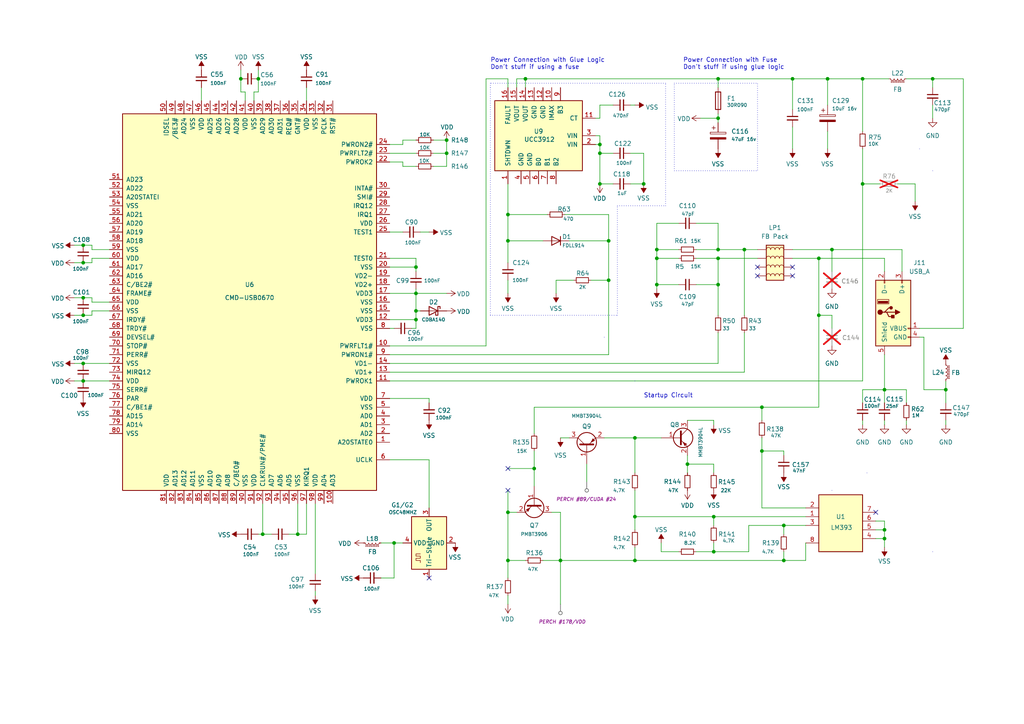
<source format=kicad_sch>
(kicad_sch (version 20230121) (generator eeschema)
  (paper "A4")
  (title_block (title "Power Macintosh G3 (Beige) Whisper Personality Card USB Mod") (date "2024-07-21") (rev "3") (company "Schematic by @croissantking on the 68kMLA forums with invaluable help from @phipli"))
  (junction (at 270.51 22.86))
  (junction (at 24.13 91.44))
  (junction (at 120.65 77.47))
  (junction (at 162.56 162.56))
  (junction (at 74.93 22.86))
  (junction (at 76.2 154.94))
  (junction (at 190.5 72.39))
  (junction (at 190.5 74.93))
  (junction (at 69.85 22.86))
  (junction (at 173.99 41.91))
  (junction (at 24.13 86.36))
  (junction (at 227.33 162.56))
  (junction (at 199.39 134.62))
  (junction (at 24.13 71.12))
  (junction (at 240.03 22.86))
  (junction (at 256.54 156.21))
  (junction (at 184.15 162.56))
  (junction (at 208.28 22.86))
  (junction (at 250.19 53.34))
  (junction (at 120.65 92.71))
  (junction (at 24.13 105.41))
  (junction (at 147.32 69.85))
  (junction (at 229.87 22.86))
  (junction (at 173.99 44.45))
  (junction (at 186.69 53.34))
  (junction (at 154.94 135.89))
  (junction (at 215.9 72.39))
  (junction (at 237.49 91.44))
  (junction (at 24.13 110.49))
  (junction (at 176.53 81.28))
  (junction (at 208.28 72.39))
  (junction (at 184.15 127))
  (junction (at 152.4 22.86))
  (junction (at 120.65 90.17))
  (junction (at 147.32 162.56))
  (junction (at 237.49 74.93))
  (junction (at 220.98 118.11))
  (junction (at 147.32 62.23))
  (junction (at 256.54 153.67))
  (junction (at 207.01 149.86))
  (junction (at 129.54 40.64))
  (junction (at 24.13 76.2))
  (junction (at 241.3 72.39))
  (junction (at 250.19 22.86))
  (junction (at 190.5 82.55))
  (junction (at 274.32 113.03))
  (junction (at 173.99 53.34))
  (junction (at 184.15 149.86))
  (junction (at 208.28 74.93))
  (junction (at 256.54 113.03))
  (junction (at 176.53 69.85))
  (junction (at 114.3 157.48))
  (junction (at 207.01 160.02))
  (junction (at 208.28 82.55))
  (junction (at 208.28 34.29))
  (junction (at 86.36 154.94))
  (junction (at 147.32 148.59))
  (junction (at 120.65 85.09))
  (junction (at 129.54 44.45))
  (junction (at 227.33 152.4))
  (junction (at 220.98 130.81))
  (no_connect (at 229.87 80.01))
  (no_connect (at 219.71 77.47))
  (no_connect (at 147.32 135.89))
  (no_connect (at 254 148.59))
  (no_connect (at 124.46 167.64))
  (no_connect (at 147.32 142.24))
  (no_connect (at 219.71 80.01))
  (no_connect (at 229.87 77.47))
  (wire (pts (xy 71.12 26.67) (xy 71.12 29.21)))
  (wire (pts (xy 157.48 162.56) (xy 162.56 162.56)))
  (wire (pts (xy 24.13 110.49) (xy 31.75 110.49)))
  (wire (pts (xy 229.87 74.93) (xy 237.49 74.93)))
  (wire (pts (xy 256.54 121.92) (xy 256.54 123.19)))
  (wire (pts (xy 274.32 123.19) (xy 274.32 121.92)))
  (wire (pts (xy 171.45 81.28) (xy 176.53 81.28)))
  (wire (pts (xy 152.4 22.86) (xy 152.4 25.4)))
  (wire (pts (xy 270.51 25.4) (xy 270.51 22.86)))
  (wire (pts (xy 184.15 30.48) (xy 182.88 30.48)))
  (wire (pts (xy 215.9 96.52) (xy 215.9 107.95)))
  (wire (pts (xy 24.13 86.36) (xy 26.67 86.36)))
  (wire (pts (xy 208.28 22.86) (xy 208.28 25.4)))
  (wire (pts (xy 190.5 72.39) (xy 190.5 74.93)))
  (wire (pts (xy 207.01 149.86) (xy 233.68 149.86)))
  (wire (pts (xy 21.59 91.44) (xy 24.13 91.44)))
  (wire (pts (xy 208.28 74.93) (xy 208.28 82.55)))
  (wire (pts (xy 170.18 139.7) (xy 170.18 134.62)))
  (wire (pts (xy 279.4 22.86) (xy 279.4 95.25)))
  (wire (pts (xy 250.19 116.84) (xy 250.19 113.03)))
  (wire (pts (xy 229.87 22.86) (xy 240.03 22.86)))
  (wire (pts (xy 163.83 62.23) (xy 176.53 62.23)))
  (wire (pts (xy 83.82 154.94) (xy 86.36 154.94)))
  (wire (pts (xy 24.13 71.12) (xy 26.67 71.12)))
  (wire (pts (xy 73.66 29.21) (xy 73.66 26.67)))
  (wire (pts (xy 184.15 127) (xy 191.77 127)))
  (wire (pts (xy 184.15 162.56) (xy 227.33 162.56)))
  (wire (pts (xy 129.54 40.64) (xy 129.54 44.45)))
  (wire (pts (xy 113.03 115.57) (xy 124.46 115.57)))
  (wire (pts (xy 147.32 172.72) (xy 147.32 175.26)))
  (polyline (pts (xy 193.04 59.69) (xy 193.04 24.13)) (stroke (width 0) (type dot)))
  (wire (pts (xy 173.99 30.48) (xy 177.8 30.48)))
  (wire (pts (xy 74.93 20.32) (xy 74.93 22.86)))
  (wire (pts (xy 237.49 74.93) (xy 237.49 91.44)))
  (wire (pts (xy 176.53 62.23) (xy 176.53 69.85)))
  (wire (pts (xy 270.51 22.86) (xy 279.4 22.86)))
  (wire (pts (xy 152.4 22.86) (xy 208.28 22.86)))
  (wire (pts (xy 76.2 146.05) (xy 76.2 154.94)))
  (wire (pts (xy 113.03 107.95) (xy 215.9 107.95)))
  (wire (pts (xy 229.87 72.39) (xy 241.3 72.39)))
  (wire (pts (xy 113.03 105.41) (xy 208.28 105.41)))
  (wire (pts (xy 162.56 162.56) (xy 162.56 175.26)))
  (wire (pts (xy 74.93 154.94) (xy 76.2 154.94)))
  (wire (pts (xy 199.39 134.62) (xy 199.39 137.16)))
  (wire (pts (xy 250.19 43.18) (xy 250.19 53.34)))
  (wire (pts (xy 191.77 157.48) (xy 191.77 160.02)))
  (wire (pts (xy 274.32 113.03) (xy 274.32 110.49)))
  (wire (pts (xy 233.68 157.48) (xy 233.68 162.56)))
  (wire (pts (xy 177.8 53.34) (xy 173.99 53.34)))
  (wire (pts (xy 173.99 30.48) (xy 173.99 34.29)))
  (wire (pts (xy 69.85 26.67) (xy 71.12 26.67)))
  (wire (pts (xy 250.19 121.92) (xy 250.19 123.19)))
  (wire (pts (xy 113.03 44.45) (xy 120.65 44.45)))
  (wire (pts (xy 184.15 149.86) (xy 184.15 153.67)))
  (wire (pts (xy 26.67 91.44) (xy 24.13 91.44)))
  (wire (pts (xy 190.5 74.93) (xy 196.85 74.93)))
  (wire (pts (xy 220.98 147.32) (xy 233.68 147.32)))
  (wire (pts (xy 262.89 113.03) (xy 262.89 116.84)))
  (wire (pts (xy 207.01 160.02) (xy 207.01 157.48)))
  (wire (pts (xy 237.49 91.44) (xy 237.49 118.11)))
  (wire (pts (xy 129.54 40.64) (xy 125.73 40.64)))
  (wire (pts (xy 26.67 74.93) (xy 31.75 74.93)))
  (polyline (pts (xy 142.24 24.13) (xy 142.24 91.44)) (stroke (width 0) (type dot)))
  (wire (pts (xy 162.56 148.59) (xy 162.56 162.56)))
  (wire (pts (xy 208.28 72.39) (xy 215.9 72.39)))
  (wire (pts (xy 21.59 110.49) (xy 24.13 110.49)))
  (wire (pts (xy 149.86 25.4) (xy 149.86 22.86)))
  (wire (pts (xy 173.99 34.29) (xy 172.72 34.29)))
  (wire (pts (xy 91.44 171.45) (xy 91.44 172.72)))
  (wire (pts (xy 256.54 156.21) (xy 256.54 158.75)))
  (wire (pts (xy 267.97 113.03) (xy 274.32 113.03)))
  (wire (pts (xy 154.94 135.89) (xy 154.94 140.97)))
  (wire (pts (xy 165.1 69.85) (xy 176.53 69.85)))
  (wire (pts (xy 229.87 22.86) (xy 229.87 31.75)))
  (wire (pts (xy 129.54 44.45) (xy 129.54 48.26)))
  (wire (pts (xy 116.84 40.64) (xy 120.65 40.64)))
  (wire (pts (xy 190.5 82.55) (xy 190.5 83.82)))
  (wire (pts (xy 227.33 152.4) (xy 227.33 154.94)))
  (wire (pts (xy 162.56 127) (xy 165.1 127)))
  (polyline (pts (xy 142.24 91.44) (xy 179.07 91.44)) (stroke (width 0) (type dot)))
  (wire (pts (xy 250.19 113.03) (xy 256.54 113.03)))
  (wire (pts (xy 184.15 127) (xy 184.15 137.16)))
  (wire (pts (xy 256.54 74.93) (xy 256.54 78.74)))
  (wire (pts (xy 147.32 142.24) (xy 147.32 148.59)))
  (wire (pts (xy 147.32 62.23) (xy 147.32 69.85)))
  (wire (pts (xy 147.32 53.34) (xy 147.32 62.23)))
  (wire (pts (xy 173.99 41.91) (xy 173.99 44.45)))
  (wire (pts (xy 161.29 81.28) (xy 161.29 85.09)))
  (wire (pts (xy 208.28 82.55) (xy 208.28 91.44)))
  (wire (pts (xy 26.67 74.93) (xy 26.67 76.2)))
  (wire (pts (xy 147.32 62.23) (xy 158.75 62.23)))
  (wire (pts (xy 266.7 95.25) (xy 279.4 95.25)))
  (wire (pts (xy 199.39 134.62) (xy 199.39 132.08)))
  (wire (pts (xy 154.94 118.11) (xy 154.94 125.73)))
  (wire (pts (xy 207.01 134.62) (xy 207.01 137.16)))
  (wire (pts (xy 113.03 41.91) (xy 116.84 41.91)))
  (wire (pts (xy 201.93 160.02) (xy 207.01 160.02)))
  (wire (pts (xy 254 151.13) (xy 256.54 151.13)))
  (wire (pts (xy 147.32 148.59) (xy 149.86 148.59)))
  (wire (pts (xy 262.89 22.86) (xy 270.51 22.86)))
  (wire (pts (xy 182.88 44.45) (xy 186.69 44.45)))
  (wire (pts (xy 267.97 97.79) (xy 267.97 113.03)))
  (wire (pts (xy 256.54 153.67) (xy 256.54 156.21)))
  (wire (pts (xy 149.86 22.86) (xy 152.4 22.86)))
  (wire (pts (xy 190.5 82.55) (xy 196.85 82.55)))
  (wire (pts (xy 113.03 77.47) (xy 120.65 77.47)))
  (wire (pts (xy 21.59 76.2) (xy 24.13 76.2)))
  (wire (pts (xy 201.93 82.55) (xy 208.28 82.55)))
  (wire (pts (xy 240.03 22.86) (xy 250.19 22.86)))
  (wire (pts (xy 184.15 127) (xy 175.26 127)))
  (wire (pts (xy 184.15 158.75) (xy 184.15 162.56)))
  (wire (pts (xy 114.3 167.64) (xy 114.3 157.48)))
  (wire (pts (xy 177.8 44.45) (xy 173.99 44.45)))
  (wire (pts (xy 147.32 162.56) (xy 147.32 167.64)))
  (wire (pts (xy 120.65 90.17) (xy 120.65 92.71)))
  (wire (pts (xy 26.67 90.17) (xy 31.75 90.17)))
  (wire (pts (xy 147.32 25.4) (xy 147.32 22.86)))
  (wire (pts (xy 154.94 130.81) (xy 154.94 135.89)))
  (wire (pts (xy 207.01 134.62) (xy 199.39 134.62)))
  (wire (pts (xy 113.03 92.71) (xy 120.65 92.71)))
  (wire (pts (xy 147.32 148.59) (xy 147.32 162.56)))
  (wire (pts (xy 186.69 44.45) (xy 186.69 53.34)))
  (wire (pts (xy 124.46 133.35) (xy 124.46 147.32)))
  (wire (pts (xy 113.03 110.49) (xy 250.19 110.49)))
  (wire (pts (xy 208.28 64.77) (xy 208.28 72.39)))
  (polyline (pts (xy 179.07 59.69) (xy 193.04 59.69)) (stroke (width 0) (type dot)))
  (wire (pts (xy 73.66 26.67) (xy 74.93 26.67)))
  (wire (pts (xy 240.03 30.48) (xy 240.03 22.86)))
  (wire (pts (xy 274.32 116.84) (xy 274.32 113.03)))
  (wire (pts (xy 250.19 22.86) (xy 257.81 22.86)))
  (wire (pts (xy 88.9 146.05) (xy 88.9 154.94)))
  (wire (pts (xy 116.84 46.99) (xy 113.03 46.99)))
  (wire (pts (xy 21.59 71.12) (xy 24.13 71.12)))
  (wire (pts (xy 120.65 83.82) (xy 120.65 85.09)))
  (wire (pts (xy 154.94 118.11) (xy 220.98 118.11)))
  (wire (pts (xy 24.13 105.41) (xy 31.75 105.41)))
  (wire (pts (xy 241.3 72.39) (xy 261.62 72.39)))
  (polyline (pts (xy 193.04 24.13) (xy 142.24 24.13)) (stroke (width 0) (type dot)))
  (wire (pts (xy 125.73 48.26) (xy 129.54 48.26)))
  (wire (pts (xy 215.9 72.39) (xy 215.9 91.44)))
  (wire (pts (xy 237.49 91.44) (xy 241.3 91.44)))
  (wire (pts (xy 120.65 92.71) (xy 120.65 95.25)))
  (wire (pts (xy 256.54 113.03) (xy 256.54 116.84)))
  (wire (pts (xy 86.36 146.05) (xy 86.36 154.94)))
  (wire (pts (xy 241.3 95.25) (xy 241.3 91.44)))
  (wire (pts (xy 113.03 133.35) (xy 124.46 133.35)))
  (wire (pts (xy 260.35 53.34) (xy 265.43 53.34)))
  (wire (pts (xy 58.42 25.4) (xy 58.42 29.21)))
  (wire (pts (xy 190.5 72.39) (xy 196.85 72.39)))
  (wire (pts (xy 91.44 146.05) (xy 91.44 166.37)))
  (wire (pts (xy 120.65 74.93) (xy 120.65 77.47)))
  (wire (pts (xy 21.59 105.41) (xy 24.13 105.41)))
  (wire (pts (xy 116.84 40.64) (xy 116.84 41.91)))
  (wire (pts (xy 227.33 130.81) (xy 227.33 132.08)))
  (wire (pts (xy 265.43 53.34) (xy 265.43 58.42)))
  (wire (pts (xy 227.33 162.56) (xy 233.68 162.56)))
  (wire (pts (xy 261.62 72.39) (xy 261.62 78.74)))
  (wire (pts (xy 256.54 102.87) (xy 256.54 113.03)))
  (wire (pts (xy 113.03 67.31) (xy 116.84 67.31)))
  (wire (pts (xy 147.32 81.28) (xy 147.32 85.09)))
  (wire (pts (xy 250.19 53.34) (xy 250.19 110.49)))
  (wire (pts (xy 113.03 74.93) (xy 120.65 74.93)))
  (wire (pts (xy 74.93 22.86) (xy 74.93 26.67)))
  (polyline (pts (xy 179.07 91.44) (xy 179.07 59.69)) (stroke (width 0) (type dot)))
  (wire (pts (xy 147.32 135.89) (xy 154.94 135.89)))
  (wire (pts (xy 116.84 48.26) (xy 116.84 46.99)))
  (wire (pts (xy 140.97 22.86) (xy 140.97 100.33)))
  (wire (pts (xy 256.54 151.13) (xy 256.54 153.67)))
  (wire (pts (xy 227.33 152.4) (xy 233.68 152.4)))
  (wire (pts (xy 88.9 25.4) (xy 88.9 29.21)))
  (wire (pts (xy 173.99 39.37) (xy 172.72 39.37)))
  (wire (pts (xy 26.67 90.17) (xy 26.67 91.44)))
  (wire (pts (xy 120.65 95.25) (xy 119.38 95.25)))
  (wire (pts (xy 176.53 69.85) (xy 176.53 81.28)))
  (wire (pts (xy 201.93 72.39) (xy 208.28 72.39)))
  (wire (pts (xy 113.03 95.25) (xy 114.3 95.25)))
  (wire (pts (xy 196.85 160.02) (xy 191.77 160.02)))
  (wire (pts (xy 237.49 74.93) (xy 256.54 74.93)))
  (wire (pts (xy 110.49 157.48) (xy 114.3 157.48)))
  (wire (pts (xy 208.28 22.86) (xy 229.87 22.86)))
  (wire (pts (xy 69.85 22.86) (xy 69.85 26.67)))
  (wire (pts (xy 220.98 130.81) (xy 220.98 147.32)))
  (wire (pts (xy 220.98 127) (xy 220.98 130.81)))
  (wire (pts (xy 227.33 160.02) (xy 227.33 162.56)))
  (wire (pts (xy 121.92 90.17) (xy 120.65 90.17)))
  (wire (pts (xy 120.65 85.09) (xy 129.54 85.09)))
  (wire (pts (xy 256.54 113.03) (xy 262.89 113.03)))
  (wire (pts (xy 186.69 53.34) (xy 182.88 53.34)))
  (wire (pts (xy 208.28 96.52) (xy 208.28 105.41)))
  (wire (pts (xy 120.65 77.47) (xy 120.65 78.74)))
  (wire (pts (xy 110.49 167.64) (xy 114.3 167.64)))
  (wire (pts (xy 26.67 72.39) (xy 26.67 71.12)))
  (wire (pts (xy 262.89 121.92) (xy 262.89 123.19)))
  (wire (pts (xy 21.59 86.36) (xy 24.13 86.36)))
  (wire (pts (xy 76.2 154.94) (xy 78.74 154.94)))
  (wire (pts (xy 166.37 81.28) (xy 161.29 81.28)))
  (wire (pts (xy 215.9 72.39) (xy 219.71 72.39)))
  (wire (pts (xy 162.56 162.56) (xy 184.15 162.56)))
  (wire (pts (xy 208.28 33.02) (xy 208.28 34.29)))
  (wire (pts (xy 201.93 74.93) (xy 208.28 74.93)))
  (wire (pts (xy 160.02 148.59) (xy 162.56 148.59)))
  (wire (pts (xy 124.46 116.84) (xy 124.46 115.57)))
  (wire (pts (xy 31.75 72.39) (xy 26.67 72.39)))
  (wire (pts (xy 220.98 118.11) (xy 220.98 121.92)))
  (wire (pts (xy 26.67 87.63) (xy 26.67 86.36)))
  (wire (pts (xy 254 153.67) (xy 256.54 153.67)))
  (wire (pts (xy 120.65 85.09) (xy 120.65 90.17)))
  (wire (pts (xy 190.5 74.93) (xy 190.5 82.55)))
  (wire (pts (xy 208.28 74.93) (xy 219.71 74.93)))
  (wire (pts (xy 86.36 154.94) (xy 88.9 154.94)))
  (wire (pts (xy 199.39 121.92) (xy 207.01 121.92)))
  (wire (pts (xy 113.03 85.09) (xy 120.65 85.09)))
  (wire (pts (xy 190.5 64.77) (xy 196.85 64.77)))
  (wire (pts (xy 227.33 130.81) (xy 220.98 130.81)))
  (wire (pts (xy 173.99 39.37) (xy 173.99 41.91)))
  (wire (pts (xy 254 156.21) (xy 256.54 156.21)))
  (wire (pts (xy 217.17 160.02) (xy 217.17 152.4)))
  (wire (pts (xy 114.3 157.48) (xy 116.84 157.48)))
  (wire (pts (xy 173.99 44.45) (xy 173.99 53.34)))
  (wire (pts (xy 208.28 34.29) (xy 208.28 35.56)))
  (wire (pts (xy 176.53 81.28) (xy 176.53 102.87)))
  (wire (pts (xy 147.32 69.85) (xy 157.48 69.85)))
  (wire (pts (xy 173.99 41.91) (xy 172.72 41.91)))
  (wire (pts (xy 116.84 48.26) (xy 120.65 48.26)))
  (wire (pts (xy 229.87 36.83) (xy 229.87 43.18)))
  (wire (pts (xy 250.19 22.86) (xy 250.19 38.1)))
  (wire (pts (xy 113.03 100.33) (xy 140.97 100.33)))
  (wire (pts (xy 184.15 149.86) (xy 207.01 149.86)))
  (wire (pts (xy 121.92 67.31) (xy 124.46 67.31)))
  (wire (pts (xy 217.17 152.4) (xy 227.33 152.4)))
  (wire (pts (xy 184.15 142.24) (xy 184.15 149.86)))
  (wire (pts (xy 147.32 22.86) (xy 140.97 22.86)))
  (wire (pts (xy 240.03 38.1) (xy 240.03 43.18)))
  (wire (pts (xy 207.01 160.02) (xy 217.17 160.02)))
  (wire (pts (xy 220.98 118.11) (xy 237.49 118.11)))
  (wire (pts (xy 207.01 121.92) (xy 207.01 123.19)))
  (wire (pts (xy 190.5 64.77) (xy 190.5 72.39)))
  (wire (pts (xy 207.01 149.86) (xy 207.01 152.4)))
  (wire (pts (xy 270.51 30.48) (xy 270.51 34.29)))
  (wire (pts (xy 241.3 72.39) (xy 241.3 78.74)))
  (wire (pts (xy 147.32 162.56) (xy 152.4 162.56)))
  (wire (pts (xy 255.27 53.34) (xy 250.19 53.34)))
  (wire (pts (xy 147.32 69.85) (xy 147.32 76.2)))
  (wire (pts (xy 129.54 44.45) (xy 125.73 44.45)))
  (wire (pts (xy 201.93 64.77) (xy 208.28 64.77)))
  (wire (pts (xy 69.85 20.32) (xy 69.85 22.86)))
  (wire (pts (xy 113.03 102.87) (xy 176.53 102.87)))
  (wire (pts (xy 267.97 97.79) (xy 266.7 97.79)))
  (wire (pts (xy 203.2 34.29) (xy 208.28 34.29)))
  (wire (pts (xy 26.67 87.63) (xy 31.75 87.63)))
  (wire (pts (xy 26.67 76.2) (xy 24.13 76.2)))
  (rectangle (start 270.51 49.53) (end 270.51 49.53))
  (rectangle (start 142.24 25.4) (end 142.24 25.4))
  (rectangle (start 195.58 24.13) (end 219.71 49.53) (stroke (width 0) (type dot)))
  (rectangle (start 175.26 97.79) (end 175.26 97.79))
  (rectangle (start 184.15 110.49) (end 184.15 110.49))
  (rectangle (start 241.3 142.24) (end 241.3 142.24))
  (rectangle (start 270.51 160.02) (end 270.51 160.02))
  (rectangle (start 251.46 137.16) (end 251.46 137.16))
  (rectangle (start 113.03 67.31) (end 113.03 67.31))
  (rectangle (start 266.7 43.18) (end 266.7 43.18))
  (text "Startup Circuit" (at 186.69 115.57 0) (effects (font (size 1.27 1.27)) (justify left bottom)))
  (text "Power Connection with Glue Logic\nDon't stuff if using a fuse" (at 142.24 20.32 0) (effects (font (size 1.27 1.27)) (justify left bottom)))
  (text "Power Connection with Fuse\nDon't stuff if using glue logic" (at 198.12 20.32 0) (effects (font (size 1.27 1.27)) (justify left bottom)))
  (netclass_flag "" (length 2.54) (shape round) (at 170.18 139.7 180) (property "Netclass" "PERCH #89/CUDA #24" (at 161.29 144.78 0) (effects (font (size 1 1) italic) (justify left))))
  (netclass_flag "" (length 2.54) (shape round) (at 162.56 175.26 180) (property "Netclass" "PERCH #178/VDD" (at 156.21 180.34 0) (effects (font (size 1 1) italic) (justify left))))
  (symbol (lib_id "power:VDD") (at 173.99 53.34 180) (unit 1)
    (property "Reference" "#PWR012" (effects hide))
    (property "Value" "VDD" (at 175.8662 57.5502 0) (effects (justify left)))
  )
  (symbol (lib_id "Device:C_Small") (at 180.34 44.45 270) (unit 1)
    (property "Reference" "C122" (at 178.0736 41.6361 90) (effects (justify left)))
    (property "Value" "100nF" (at 178.6893 47.2907 90) (effects (font (size 1 1)) (justify left)))
  )
  (symbol (lib_id "Transistor_BJT:MMBT3906") (at 154.94 146.05 270) (unit 1)
    (property "Reference" "Q7" (at 154.94 152.4 90))
    (property "Value" "PMBT3906" (at 154.94 154.94 90) (effects (font (size 1 1))))
    (property "Footprint" "Package_TO_SOT_SMD:SOT-23" (effects hide))
    (property "Datasheet" "https://www.onsemi.com/pub/Collateral/2N3906-D.PDF" (effects hide))
  )
  (symbol (lib_id "Transistor_BJT:MMBT3906") (at 170.18 129.54 90) (unit 1)
    (property "Reference" "Q9" (at 170.1799 123.6555 90))
    (property "Value" "MMBT3904L" (at 170.18 120.65 90) (effects (font (size 1 1))))
    (property "Footprint" "Package_TO_SOT_SMD:SOT-23" (effects hide))
    (property "Datasheet" "https://www.onsemi.com/pub/Collateral/2N3906-D.PDF" (effects hide))
  )
  (symbol (lib_id "Device:C_Small") (at 124.46 119.38 180) (unit 1)
    (property "Reference" "C92" (at 130.8014 119.0568 0) (effects (justify left)))
    (property "Value" "100nF" (at 131.1109 121.1465 0) (effects (font (size 1 1)) (justify left)))
  )
  (symbol (lib_id "power:VSS") (at 227.33 137.16 180) (unit 1)
    (property "Reference" "#PWR07" (effects hide))
    (property "Value" "VSS" (at 227.3309 141.2079 0))
  )
  (symbol (lib_id "power:VSS") (at 74.93 20.32 0) (unit 1)
    (property "Reference" "#PWR030" (effects hide))
    (property "Value" "VSS" (at 74.93 16.51 0))
  )
  (symbol (lib_id "Device:R_Small") (at 257.81 53.34 270) (unit 1) (dnp yes)
    (property "Reference" "R76" (at 255.9613 51.1432 90) (effects (justify left)))
    (property "Value" "2K" (at 256.8505 55.3229 90) (effects (font (size 1 1)) (justify left)))
  )
  (symbol (lib_id "Device:R_Small") (at 147.32 170.18 180) (unit 1)
    (property "Reference" "R137" (at 146.05 170.18 0) (effects (justify left)))
    (property "Value" "47K" (at 144.78 172.72 0) (effects (font (size 1 1)) (justify left)))
  )
  (symbol (lib_id "Device:R_Small") (at 123.19 40.64 90) (unit 1)
    (property "Reference" "R148" (at 135.89 40.64 90) (effects (justify left)))
    (property "Value" "10K" (at 124.7672 39.048 90) (effects (font (size 1 1)) (justify left)))
  )
  (symbol (lib_id "power:VSS") (at 265.43 58.42 180) (unit 1)
    (property "Reference" "#PWR025" (effects hide))
    (property "Value" "VSS" (at 265.3969 62.8155 0))
  )
  (symbol (lib_id "Device:R_Small") (at 168.91 81.28 270) (unit 1)
    (property "Reference" "R64" (at 167.0804 79.2699 90) (effects (justify left)))
    (property "Value" "2K" (at 167.9063 83.2509 90) (effects (font (size 1 1)) (justify left)))
  )
  (symbol (lib_id "power:VSS") (at 207.01 142.24 180) (unit 1)
    (property "Reference" "#PWR019" (effects hide))
    (property "Value" "VSS" (at 207.0126 146.571 0))
  )
  (symbol (lib_id "power:VSS") (at 190.5 83.82 180) (unit 1)
    (property "Reference" "#PWR017" (effects hide))
    (property "Value" "VSS" (at 190.4669 88.2155 0))
  )
  (symbol (lib_id "Device:R_Small") (at 123.19 48.26 90) (unit 1)
    (property "Reference" "R146" (at 135.89 48.26 90) (effects (justify left)))
    (property "Value" "10K" (at 124.6218 46.644 90) (effects (font (size 1 1)) (justify left)))
  )
  (symbol (lib_id "Connector:USB_A") (at 259.08 92.71 0) (unit 1)
    (property "Reference" "J11" (at 266.7 76.2 0))
    (property "Value" "USB_A" (at 266.7 78.74 0))
    (property "Datasheet" " ~" (effects hide))
  )
  (symbol (lib_id "power:VSS") (at 274.32 105.41 0) (unit 1)
    (property "Reference" "#PWR048" (effects hide))
    (property "Value" "VSS" (at 274.32 101.6 0))
  )
  (symbol (lib_id "power:VSS") (at 240.03 43.18 180) (unit 1)
    (property "Reference" "#PWR023" (effects hide))
    (property "Value" "VSS" (at 239.9969 47.5755 0))
  )
  (symbol (lib_id "Device:L_Pack04") (at 224.79 77.47 90) (mirror x) (unit 1)
    (property "Reference" "LP1" (at 224.79 66.04 90))
    (property "Value" "FB Pack" (at 224.79 68.58 90))
  )
  (symbol (lib_id "Device:R_Small") (at 154.94 162.56 270) (unit 1)
    (property "Reference" "R136" (at 152.4398 160.3613 90) (effects (justify left)))
    (property "Value" "47K" (at 153.035 165.1 90) (effects (font (size 1 1)) (justify left)))
  )
  (symbol (lib_name "GND_1") (lib_id "power:GND") (at 270.51 34.29 0) (unit 1)
    (property "Reference" "#PWR03" (effects hide))
    (property "Value" "GND" (at 270.51 39.37 0))
  )
  (symbol (lib_id "power:VSS") (at 21.59 91.44 90) (unit 1)
    (property "Reference" "#PWR033" (effects hide))
    (property "Value" "VSS" (at 18.6745 91.6437 90) (effects (justify left)))
  )
  (symbol (lib_id "Device:R_Small") (at 215.9 93.98 0) (unit 1)
    (property "Reference" "R43" (at 217.0199 93.0761 0) (effects (justify left)))
    (property "Value" "33" (at 217.17 95.25 0) (effects (font (size 1 1)) (justify left)))
  )
  (symbol (lib_id "power:VSS") (at 21.59 71.12 90) (unit 1)
    (property "Reference" "#PWR032" (effects hide))
    (property "Value" "VSS" (at 18.6745 71.3237 90) (effects (justify left)))
  )
  (symbol (lib_id "Device:C_Small") (at 256.54 119.38 0) (unit 1)
    (property "Reference" "C115" (at 256.9109 115.7713 0) (effects (justify left)))
    (property "Value" "25nF" (at 256.8996 117.7983 0) (effects (font (size 1 1)) (justify left)))
  )
  (symbol (lib_id "power:VSS") (at 147.32 85.09 180) (unit 1)
    (property "Reference" "#PWR015" (effects hide))
    (property "Value" "VSS" (at 147.2869 89.4855 0))
  )
  (symbol (lib_id "power:VSS") (at 162.56 127 180) (unit 1)
    (property "Reference" "#PWR038" (effects hide))
    (property "Value" "VSS" (at 162.56 132.08 0))
  )
  (symbol (lib_id "Device:R_Small") (at 262.89 119.38 0) (unit 1)
    (property "Reference" "R62" (at 264.2328 118.6372 0) (effects (justify left)))
    (property "Value" "1M" (at 264.4812 120.4817 0) (effects (font (size 1 1)) (justify left)))
  )
  (symbol (lib_id "Device:R_Small") (at 199.39 160.02 90) (unit 1)
    (property "Reference" "R140" (at 201.93 154.94 90) (effects (justify left)))
    (property "Value" "8.2K" (at 201.93 157.48 90) (effects (font (size 1 1)) (justify left)))
  )
  (symbol (lib_id "power:VSS") (at 91.44 172.72 180) (unit 1)
    (property "Reference" "#PWR018" (effects hide))
    (property "Value" "VSS" (at 91.4069 177.1155 0))
  )
  (symbol (lib_id "power:VSS") (at 229.87 43.18 180) (unit 1)
    (property "Reference" "#PWR022" (effects hide))
    (property "Value" "VSS" (at 229.8369 47.5755 0))
  )
  (symbol (lib_id "power:VSS") (at 184.15 30.48 270) (unit 1)
    (property "Reference" "#PWR014" (effects hide))
    (property "Value" "VSS" (at 187.257 31.1185 90) (effects (justify left)))
  )
  (symbol (lib_id "Device:C_Small") (at 147.32 78.74 0) (unit 1)
    (property "Reference" "C124" (at 148.59 76.2 0) (effects (justify left)))
    (property "Value" "100nF" (at 148.59 81.28 0) (effects (font (size 1 1)) (justify left)))
  )
  (symbol (lib_id "Device:L_Ferrite_Small") (at 260.35 22.86 270) (unit 1)
    (property "Reference" "L22" (at 258.5178 21.2185 90) (effects (justify left)))
    (property "Value" "FB" (at 259.0495 25.9373 90) (effects (justify left)))
  )
  (symbol (lib_id "Device:R_Small") (at 220.98 124.46 0) (unit 1)
    (property "Reference" "R138" (at 222.25 124.46 0) (effects (justify left)))
    (property "Value" "47K" (at 223.52 126.365 0) (effects (font (size 1 1)) (justify left)))
  )
  (symbol (lib_id "Device:D") (at 161.29 69.85 180) (unit 1)
    (property "Reference" "D1" (at 164.3565 68.6776 0))
    (property "Value" "FDLL914" (at 169.5936 71.2052 0) (effects (font (size 1 1)) (justify left)))
    (property "Sim.Device" "D" (effects hide))
    (property "Sim.Pins" "1=K 2=A" (effects hide))
  )
  (symbol (lib_id "MCU_Texas:LM3S6911-IQC50") (at 64.77 80.01 90) (unit 1)
    (property "Reference" "U6" (at 72.39 82.55 90))
    (property "Value" "CMD-USB0670" (at 72.39 86.36 90))
    (property "Footprint" "Package_QFP:LQFP-100_14x14mm_P0.5mm" (effects hide))
    (property "Datasheet" "http://www.bitsavers.org/components/cmd/MAN-000670-000_USB0670_673_PCI-USB_ASIC_Rev_1.8_199903.pdf" (effects hide))
  )
  (symbol (lib_id "Device:L_Ferrite_Small") (at 107.95 157.48 270) (unit 1)
    (property "Reference" "L18" (at 106.1517 156.2574 90) (effects (justify left)))
    (property "Value" "FB" (at 106.7269 160.0442 90) (effects (justify left)))
  )
  (symbol (lib_id "Device:C_Small") (at 88.9 22.86 0) (unit 1)
    (property "Reference" "C91" (at 91.44 21.59 0) (effects (justify left)))
    (property "Value" "100nF" (at 91.44 24.13 0) (effects (font (size 1 1)) (justify left)))
  )
  (symbol (lib_id "Device:R_Small") (at 199.39 74.93 270) (unit 1)
    (property "Reference" "R5" (at 195.7797 77.3439 90) (effects (justify left)))
    (property "Value" "15K" (at 200.2803 77.2702 90) (effects (font (size 1 1)) (justify left)))
  )
  (symbol (lib_id "Device:C_Small") (at 91.44 168.91 180) (unit 1)
    (property "Reference" "C97" (at 88.1812 168.0678 0) (effects (justify left)))
    (property "Value" "100nF" (at 88.4453 170.141 0) (effects (font (size 1 1)) (justify left)))
  )
  (symbol (lib_name "GND_1") (lib_id "power:GND") (at 241.3 100.33 0) (unit 1)
    (property "Reference" "#PWR021" (effects hide))
    (property "Value" "GND" (at 241.3 105.41 0))
  )
  (symbol (lib_id "power:VSS") (at 69.85 154.94 90) (unit 1)
    (property "Reference" "#PWR036" (effects hide))
    (property "Value" "VSS" (at 66.9345 155.1437 90) (effects (justify left)))
  )
  (symbol (lib_id "Device:R_Small") (at 199.39 139.7 180) (unit 1)
    (property "Reference" "R144" (at 197.6184 139.6883 0) (effects (justify left)))
    (property "Value" "47K" (at 196.85 142.24 0) (effects (font (size 1 1)) (justify left)))
  )
  (symbol (lib_id "power:VSS") (at 191.77 157.48 0) (unit 1)
    (property "Reference" "#PWR028" (effects hide))
    (property "Value" "VSS" (at 191.77 153.67 0))
  )
  (symbol (lib_id "Device:R_Small") (at 161.29 62.23 90) (unit 1)
    (property "Reference" "R63" (at 165.5925 60.6875 90) (effects (justify left)))
    (property "Value" "470" (at 166.37 63.5 90) (effects (font (size 1 1)) (justify left)))
  )
  (symbol (lib_name "LTC1865-S8_1") (lib_id "Analog_ADC:LTC1865-S8") (at 149.86 35.56 0) (unit 1)
    (property "Reference" "U9" (at 156.21 38.1 0))
    (property "Value" "UCC3912" (at 151.9995 40.4433 0) (effects (justify left)))
    (property "Footprint" "Package_SO:SOIC-8_3.9x4.9mm_P1.27mm" (effects hide))
    (property "Datasheet" "https://www.analog.com/media/en/technical-documentation/data-sheets/18645fb.pdf" (effects hide))
  )
  (symbol (lib_id "Device:C_Small") (at 24.13 73.66 180) (unit 1)
    (property "Reference" "C108" (at 26.1779 69.5144 0) (effects (justify left)))
    (property "Value" "100nF" (at 25.8525 77.9759 0) (effects (font (size 1 1)) (justify left)))
  )
  (symbol (lib_id "power:VSS") (at 88.9 20.32 0) (unit 1)
    (property "Reference" "#PWR029" (effects hide))
    (property "Value" "VSS" (at 88.9 16.51 0))
  )
  (symbol (lib_id "Device:C_Small") (at 24.13 107.95 180) (unit 1)
    (property "Reference" "C98" (at 25.8599 102.0636 0) (effects (justify left)))
    (property "Value" "100nF" (at 25.8599 103.846 0) (effects (font (size 1 1)) (justify left)))
  )
  (symbol (lib_id "Device:R_Small") (at 184.15 139.7 0) (unit 1)
    (property "Reference" "R143" (at 177.8 139.7 0) (effects (justify left)))
    (property "Value" "4.7K" (at 177.8 142.24 0) (effects (font (size 1 1)) (justify left)))
  )
  (symbol (lib_name "C_Polarized_1") (lib_id "Device:C_Polarized") (at 208.28 39.37 0) (unit 1)
    (property "Reference" "C116" (at 212.09 38.1 0) (effects (justify left)))
    (property "Value" "47uF 16v" (at 212.09 40.386 0) (effects (font (size 1 1)) (justify left)))
  )
  (symbol (lib_id "Device:R_Small") (at 207.01 139.7 180) (unit 1)
    (property "Reference" "R145" (at 213.3336 139.775 0) (effects (justify left)))
    (property "Value" "22K" (at 212.09 142.24 0) (effects (font (size 1 1)) (justify left)))
  )
  (symbol (lib_id "power:VSS") (at 124.46 67.31 270) (unit 1)
    (property "Reference" "#PWR09" (effects hide))
    (property "Value" "VSS" (at 127.5353 67.5027 90) (effects (justify left)))
  )
  (symbol (lib_id "power:VSS") (at 58.42 20.32 0) (unit 1)
    (property "Reference" "#PWR031" (effects hide))
    (property "Value" "VSS" (at 58.42 16.51 0))
  )
  (symbol (lib_id "Device:C_Small") (at 241.3 81.28 0) (unit 1) (dnp yes)
    (property "Reference" "C146" (at 243.9665 81.5497 0) (effects (justify left)))
    (property "Value" "???" (effects hide))
  )
  (symbol (lib_id "power:VSS") (at 161.29 85.09 180) (unit 1)
    (property "Reference" "#PWR016" (effects hide))
    (property "Value" "VSS" (at 161.2569 89.4855 0))
  )
  (symbol (lib_id "power:VDD") (at 147.32 175.26 180) (unit 1)
    (property "Reference" "#PWR040" (effects hide))
    (property "Value" "VDD" (at 149.1794 179.5701 0) (effects (justify left)))
  )
  (symbol (lib_id "Device:R_Small") (at 250.19 40.64 0) (unit 1)
    (property "Reference" "R75" (at 251.82 39.8404 0) (effects (justify left)))
    (property "Value" "10K" (at 251.82 41.7454 0) (effects (font (size 1 1)) (justify left)))
  )
  (symbol (lib_id "power:VDD") (at 199.39 142.24 180) (unit 1)
    (property "Reference" "#PWR047" (effects hide))
    (property "Value" "VDD" (at 201.3249 146.6143 0) (effects (justify left)))
  )
  (symbol (lib_id "Device:R_Small") (at 184.15 156.21 0) (unit 1)
    (property "Reference" "R142" (at 177.8 156.21 0) (effects (justify left)))
    (property "Value" "4.7K" (at 177.8 158.75 0) (effects (font (size 1 1)) (justify left)))
  )
  (symbol (lib_id "Device:R_Small") (at 227.33 157.48 0) (unit 1)
    (property "Reference" "R139" (at 220.98 157.48 0) (effects (justify left)))
    (property "Value" "4.7K" (at 220.98 160.02 0) (effects (font (size 1 1)) (justify left)))
  )
  (symbol (lib_id "Device:R_Small") (at 199.39 72.39 270) (unit 1)
    (property "Reference" "R61" (at 195.58 69.85 90) (effects (justify left)))
    (property "Value" "15K" (at 200.2803 69.8922 90) (effects (font (size 1 1)) (justify left)))
  )
  (symbol (lib_id "Device:C_Polarized") (at 240.03 34.29 0) (unit 1)
    (property "Reference" "C129" (at 241.3 29.21 0) (effects (justify left)))
    (property "Value" "10uF 16v" (at 241.3 31.496 0) (effects (font (size 1 1)) (justify left)))
  )
  (symbol (lib_id "Device:C_Small") (at 199.39 64.77 270) (unit 1)
    (property "Reference" "C110" (at 199.39 59.69 90))
    (property "Value" "47pF" (at 197.639 62.0392 90) (effects (font (size 1 1)) (justify left)))
  )
  (symbol (lib_id "Device:C_Small") (at 180.34 30.48 90) (unit 1)
    (property "Reference" "C126" (at 181.56 27.3671 90) (effects (justify left)))
    (property "Value" "470nF" (at 182.5102 33.5597 90) (effects (font (size 1 1)) (justify left)))
  )
  (symbol (lib_id "Device:R_Small") (at 123.19 44.45 90) (unit 1)
    (property "Reference" "R147" (at 135.89 44.45 90) (effects (justify left)))
    (property "Value" "10K" (at 124.7409 42.8322 90) (effects (font (size 1 1)) (justify left)))
  )
  (symbol (lib_id "power:VDD") (at 105.41 157.48 90) (unit 1)
    (property "Reference" "#PWR041" (effects hide))
    (property "Value" "VDD" (at 101.966 157.6462 90) (effects (justify left)))
  )
  (symbol (lib_id "power:VSS") (at 24.13 115.57 180) (unit 1)
    (property "Reference" "#PWR035" (effects hide))
    (property "Value" "VSS" (at 24.0969 119.9655 0))
  )
  (symbol (lib_id "Device:C_Small") (at 24.13 113.03 180) (unit 1)
    (property "Reference" "C100" (at 22.6473 114.6991 0) (effects (justify left)))
    (property "Value" "100nF" (at 30.1984 114.6311 0) (effects (font (size 1 1)) (justify left)))
  )
  (symbol (lib_id "power:VDD") (at 21.59 110.49 90) (unit 1)
    (property "Reference" "#PWR042" (effects hide))
    (property "Value" "VDD" (at 18.6877 110.6591 90) (effects (justify left)))
  )
  (symbol (lib_id "power:VSS") (at 256.54 158.75 180) (unit 1)
    (property "Reference" "#PWR020" (effects hide))
    (property "Value" "VSS" (at 256.5409 162.7979 0))
  )
  (symbol (lib_id "Device:R_Small") (at 154.94 128.27 0) (unit 1)
    (property "Reference" "R135" (at 148.59 128.27 0) (effects (justify left)))
    (property "Value" "15K" (at 149.86 130.81 0) (effects (font (size 1 1)) (justify left)))
  )
  (symbol (lib_id "Device:C_Small") (at 58.42 22.86 0) (unit 1)
    (property "Reference" "C55" (at 60.96 21.59 0) (effects (justify left)))
    (property "Value" "100nF" (at 60.96 24.13 0) (effects (font (size 1 1)) (justify left)))
  )
  (symbol (lib_id "Device:C_Small") (at 199.39 82.55 270) (unit 1)
    (property "Reference" "C109" (at 199.3949 86.0814 90))
    (property "Value" "47pF" (at 197.5639 88.2048 90) (effects (font (size 1 1)) (justify left)))
  )
  (symbol (lib_id "Device:C_Small") (at 107.95 167.64 90) (unit 1)
    (property "Reference" "C106" (at 110.1518 164.7376 90) (effects (justify left)))
    (property "Value" "100nF" (at 110.2908 170.7848 90) (effects (font (size 1 1)) (justify left)))
  )
  (symbol (lib_id "power:VDD") (at 21.59 86.36 90) (unit 1)
    (property "Reference" "#PWR043" (effects hide))
    (property "Value" "VDD" (at 18.6877 86.5291 90) (effects (justify left)))
  )
  (symbol (lib_name "GND_1") (lib_id "power:GND") (at 256.54 123.19 0) (unit 1)
    (property "Reference" "#PWR02" (effects hide))
    (property "Value" "GND" (at 256.54 128.27 0))
  )
  (symbol (lib_name "GND_1") (lib_id "power:GND") (at 274.32 123.19 0) (unit 1)
    (property "Reference" "#PWR05" (effects hide))
    (property "Value" "GND" (at 274.32 128.27 0))
  )
  (symbol (lib_id "Device:Fuse") (at 208.28 29.21 0) (unit 1)
    (property "Reference" "F1" (at 210.82 28.575 0) (effects (justify left)))
    (property "Value" "30R090" (at 210.82 30.48 0) (effects (font (size 1 1)) (justify left)))
  )
  (symbol (lib_name "GND_1") (lib_id "power:GND") (at 241.3 83.82 0) (unit 1)
    (property "Reference" "#PWR06" (effects hide))
    (property "Value" "GND" (at 241.3 88.9 0))
  )
  (symbol (lib_id "Device:C_Small") (at 116.84 95.25 270) (unit 1)
    (property "Reference" "C96" (at 118.11 96.52 90) (effects (justify left)))
    (property "Value" "100nF" (at 118.1562 98.3253 90) (effects (font (size 1 1)) (justify left)))
  )
  (symbol (lib_id "power:VSS") (at 21.59 105.41 90) (unit 1)
    (property "Reference" "#PWR034" (effects hide))
    (property "Value" "VSS" (at 18.6745 105.6137 90) (effects (justify left)))
  )
  (symbol (lib_id "power:VDD") (at 69.85 20.32 0) (unit 1)
    (property "Reference" "#PWR046" (effects hide))
    (property "Value" "VDD" (at 68.0466 16.5792 0) (effects (justify left)))
  )
  (symbol (lib_id "Device:L_Ferrite_Small") (at 274.32 107.95 0) (unit 1)
    (property "Reference" "L24" (at 270.2616 108.0306 0) (effects (justify left)))
    (property "Value" "FB" (at 275.908 108.0894 0) (effects (justify left)))
  )
  (symbol (lib_id "Device:D_Schottky") (at 125.73 90.17 0) (mirror y) (unit 1)
    (property "Reference" "D2" (at 125.73 87.63 0))
    (property "Value" "CDBA140" (at 125.73 92.71 0) (effects (font (size 1 1))))
  )
  (symbol (lib_id "power:VSS") (at 208.28 43.18 180) (unit 1)
    (property "Reference" "#PWR024" (effects hide))
    (property "Value" "VSS" (at 208.2469 47.5755 0))
  )
  (symbol (lib_id "Analog_ADC:LTC1865-S8") (at 243.84 151.13 270) (unit 1)
    (property "Reference" "U1" (at 243.84 149.86 90))
    (property "Value" "LM393" (at 240.9184 153.0144 90) (effects (justify left)))
    (property "Footprint" "Package_SO:SOIC-8_3.9x4.9mm_P1.27mm" (effects hide))
    (property "Datasheet" "https://www.analog.com/media/en/technical-documentation/data-sheets/18645fb.pdf" (effects hide))
  )
  (symbol (lib_id "Device:C_Small") (at 72.39 22.86 270) (unit 1)
    (property "Reference" "C56" (at 75.4885 21.7133 90) (effects (justify left)))
    (property "Value" "100nF" (at 75.4885 24.2533 90) (effects (font (size 1 1)) (justify left)))
  )
  (symbol (lib_id "power:VSS") (at 132.08 157.48 180) (unit 1)
    (property "Reference" "#PWR027" (effects hide))
    (property "Value" "VSS" (at 133.8411 161.6439 0) (effects (justify left)))
  )
  (symbol (lib_id "Device:C_Small") (at 119.38 67.31 270) (unit 1)
    (property "Reference" "C90" (at 117.3954 64.4516 90) (effects (justify left)))
    (property "Value" "100nF" (at 117.3954 70.3831 90) (effects (font (size 1 1)) (justify left)))
  )
  (symbol (lib_id "Device:R_Small") (at 207.01 154.94 0) (unit 1)
    (property "Reference" "R141" (at 208.28 154.94 0) (effects (justify left)))
    (property "Value" "4.7K" (at 209.55 156.845 0) (effects (font (size 1 1)) (justify left)))
  )
  (symbol (lib_name "VDD_1") (lib_id "power:VDD") (at 129.54 85.09 270) (unit 1)
    (property "Reference" "#PWR010" (effects hide))
    (property "Value" "VDD3" (at 132.5052 85.257 90) (effects (justify left)))
  )
  (symbol (lib_id "power:VDD") (at 129.54 90.17 270) (unit 1)
    (property "Reference" "#PWR08" (effects hide))
    (property "Value" "VDD" (at 132.558 90.3783 90) (effects (justify left)))
  )
  (symbol (lib_id "Device:C_Small") (at 229.87 34.29 0) (unit 1)
    (property "Reference" "C131" (at 231.14 29.21 0) (effects (justify left)))
    (property "Value" "100nF" (at 231.14 31.75 0) (effects (font (size 1 1)) (justify left)))
  )
  (symbol (lib_id "Transistor_BJT:MMBT3906") (at 196.85 127 0) (unit 1)
    (property "Reference" "Q8" (at 194.31 123.19 0) (effects (justify left)))
    (property "Value" "MMBT3904L" (at 203.2 128.27 90) (effects (font (size 1 1))))
    (property "Footprint" "Package_TO_SOT_SMD:SOT-23" (effects hide))
    (property "Datasheet" "https://www.onsemi.com/pub/Collateral/2N3906-D.PDF" (effects hide))
  )
  (symbol (lib_id "power:VSS") (at 207.01 123.19 180) (unit 1)
    (property "Reference" "#PWR039" (effects hide))
    (property "Value" "VSS" (at 210.2038 124.899 0))
  )
  (symbol (lib_id "Device:C_Small") (at 180.34 53.34 270) (unit 1)
    (property "Reference" "C118" (at 177.7748 50.5014 90) (effects (justify left)))
    (property "Value" "1uF" (at 179.0035 56.0505 90) (effects (font (size 1 1)) (justify left)))
  )
  (symbol (lib_id "Device:C_Small") (at 72.39 154.94 270) (unit 1)
    (property "Reference" "C54" (at 70.4866 158.6799 90) (effects (justify left)))
    (property "Value" "100nF" (at 70.4127 160.7765 90) (effects (font (size 1 1)) (justify left)))
  )
  (symbol (lib_id "Device:C_Small") (at 227.33 134.62 0) (unit 1)
    (property "Reference" "C157" (at 229.6794 134.7948 0) (effects (justify left)))
    (property "Value" "47nF" (at 229.87 136.5313 0) (effects (font (size 1 1)) (justify left)))
  )
  (symbol (lib_id "Device:C_Small") (at 274.32 119.38 0) (unit 1)
    (property "Reference" "C147" (at 276.2158 118.2778 0) (effects (justify left)))
    (property "Value" "470pF" (at 276.4793 120.1709 0) (effects (font (size 1 1)) (justify left)))
  )
  (symbol (lib_id "Device:C_Small") (at 24.13 88.9 180) (unit 1)
    (property "Reference" "C101" (at 26.1779 84.7544 0) (effects (justify left)))
    (property "Value" "100nF" (at 25.8525 93.2159 0) (effects (font (size 1 1)) (justify left)))
  )
  (symbol (lib_id "Device:C_Small") (at 120.65 81.28 0) (unit 1)
    (property "Reference" "C99" (at 114.8113 81.3985 0) (effects (justify left)))
    (property "Value" "100nF" (at 122.9529 81.3985 0) (effects (font (size 1 1)) (justify left)))
  )
  (symbol (lib_name "GND_1") (lib_id "power:GND") (at 250.19 123.19 0) (unit 1)
    (property "Reference" "#PWR01" (effects hide))
    (property "Value" "GND" (at 250.19 128.27 0))
  )
  (symbol (lib_id "power:VDD") (at 21.59 76.2 90) (unit 1)
    (property "Reference" "#PWR044" (effects hide))
    (property "Value" "VDD" (at 18.6877 76.3691 90) (effects (justify left)))
  )
  (symbol (lib_id "Device:C_Small") (at 250.19 119.38 0) (unit 1)
    (property "Reference" "C114" (at 250.5181 115.8554 0) (effects (justify left)))
    (property "Value" "100nF" (at 250.6208 117.7503 0) (effects (font (size 1 1)) (justify left)))
  )
  (symbol (lib_name "GND_1") (lib_id "power:GND") (at 262.89 123.19 0) (unit 1)
    (property "Reference" "#PWR04" (effects hide))
    (property "Value" "GND" (at 262.89 128.27 0))
  )
  (symbol (lib_id "Oscillator:ASCO") (at 124.46 157.48 90) (unit 1)
    (property "Reference" "G1/G2" (at 116.7178 146.4786 90))
    (property "Value" "OSC48MHZ" (at 116.84 148.59 90) (effects (font (size 1 1))))
    (property "Footprint" "Oscillator:Oscillator_SMD_Abracon_ASCO-4Pin_1.6x1.2mm" (effects hide))
    (property "Datasheet" "https://abracon.com/Oscillators/ASCO.pdf" (effects hide))
  )
  (symbol (lib_id "Device:C_Small") (at 270.51 27.94 0) (unit 1)
    (property "Reference" "C113" (at 270.7825 29.8463 0) (effects (justify left)))
    (property "Value" "470pF" (at 270.9281 31.785 0) (effects (font (size 1 1)) (justify left)))
  )
  (symbol (lib_id "Device:C_Small") (at 241.3 97.79 0) (unit 1) (dnp yes)
    (property "Reference" "C144" (at 244.2124 97.9499 0) (effects (justify left)))
    (property "Value" "???" (effects hide))
  )
  (symbol (lib_id "power:VSS") (at 105.41 167.64 90) (unit 1)
    (property "Reference" "#PWR037" (effects hide))
    (property "Value" "VSS" (at 102.4945 167.8437 90) (effects (justify left)))
  )
  (symbol (lib_id "power:VSS") (at 186.69 53.34 180) (unit 1)
    (property "Reference" "#PWR013" (effects hide))
    (property "Value" "VSS" (at 186.6539 57.4851 0))
  )
  (symbol (lib_id "power:VDD") (at 203.2 34.29 90) (unit 1)
    (property "Reference" "#PWR045" (effects hide))
    (property "Value" "VDD" (at 200.2977 34.4591 90) (effects (justify left)))
  )
  (symbol (lib_id "power:VSS") (at 124.46 121.92 180) (unit 1)
    (property "Reference" "#PWR026" (effects hide))
    (property "Value" "VSS" (at 124.4269 126.3155 0))
  )
  (symbol (lib_id "Device:C_Small") (at 81.28 154.94 270) (unit 1)
    (property "Reference" "C53" (at 79.5172 158.6799 90) (effects (justify left)))
    (property "Value" "100nF" (at 79.4433 160.7765 90) (effects (font (size 1 1)) (justify left)))
  )
  (symbol (lib_id "Device:R_Small") (at 208.28 93.98 0) (unit 1)
    (property "Reference" "R50" (at 209.4677 93.0729 0) (effects (justify left)))
    (property "Value" "33" (at 209.55 95.25 0) (effects (font (size 1 1)) (justify left)))
  )
  (symbol (lib_id "power:VDD") (at 129.54 40.64 0) (unit 1)
    (property "Reference" "#PWR049" (effects hide))
    (property "Value" "VDD" (at 127.7366 36.8992 0) (effects (justify left)))
  )
)
</source>
